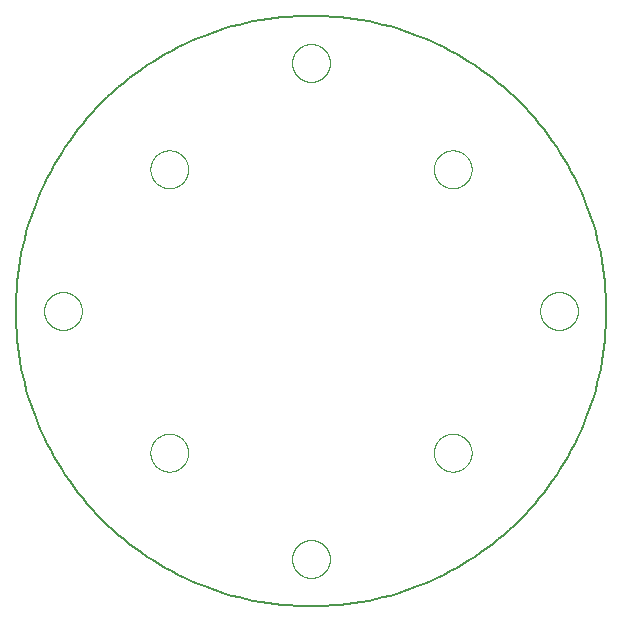
<source format=gbp>
G75*
%MOIN*%
%OFA0B0*%
%FSLAX25Y25*%
%IPPOS*%
%LPD*%
%AMOC8*
5,1,8,0,0,1.08239X$1,22.5*
%
%ADD10C,0.00600*%
%ADD11C,0.00000*%
D10*
X0001300Y0099725D02*
X0001330Y0102140D01*
X0001419Y0104554D01*
X0001567Y0106966D01*
X0001774Y0109372D01*
X0002040Y0111773D01*
X0002365Y0114167D01*
X0002749Y0116552D01*
X0003191Y0118927D01*
X0003692Y0121290D01*
X0004250Y0123640D01*
X0004865Y0125976D01*
X0005538Y0128296D01*
X0006268Y0130599D01*
X0007054Y0132883D01*
X0007895Y0135148D01*
X0008792Y0137391D01*
X0009744Y0139611D01*
X0010750Y0141807D01*
X0011809Y0143978D01*
X0012922Y0146122D01*
X0014087Y0148239D01*
X0015303Y0150326D01*
X0016570Y0152382D01*
X0017888Y0154407D01*
X0019254Y0156399D01*
X0020669Y0158357D01*
X0022132Y0160279D01*
X0023641Y0162165D01*
X0025197Y0164014D01*
X0026797Y0165823D01*
X0028441Y0167593D01*
X0030128Y0169322D01*
X0031857Y0171009D01*
X0033627Y0172653D01*
X0035436Y0174253D01*
X0037285Y0175809D01*
X0039171Y0177318D01*
X0041093Y0178781D01*
X0043051Y0180196D01*
X0045043Y0181562D01*
X0047068Y0182880D01*
X0049124Y0184147D01*
X0051211Y0185363D01*
X0053328Y0186528D01*
X0055472Y0187641D01*
X0057643Y0188700D01*
X0059839Y0189706D01*
X0062059Y0190658D01*
X0064302Y0191555D01*
X0066567Y0192396D01*
X0068851Y0193182D01*
X0071154Y0193912D01*
X0073474Y0194585D01*
X0075810Y0195200D01*
X0078160Y0195758D01*
X0080523Y0196259D01*
X0082898Y0196701D01*
X0085283Y0197085D01*
X0087677Y0197410D01*
X0090078Y0197676D01*
X0092484Y0197883D01*
X0094896Y0198031D01*
X0097310Y0198120D01*
X0099725Y0198150D01*
X0102140Y0198120D01*
X0104554Y0198031D01*
X0106966Y0197883D01*
X0109372Y0197676D01*
X0111773Y0197410D01*
X0114167Y0197085D01*
X0116552Y0196701D01*
X0118927Y0196259D01*
X0121290Y0195758D01*
X0123640Y0195200D01*
X0125976Y0194585D01*
X0128296Y0193912D01*
X0130599Y0193182D01*
X0132883Y0192396D01*
X0135148Y0191555D01*
X0137391Y0190658D01*
X0139611Y0189706D01*
X0141807Y0188700D01*
X0143978Y0187641D01*
X0146122Y0186528D01*
X0148239Y0185363D01*
X0150326Y0184147D01*
X0152382Y0182880D01*
X0154407Y0181562D01*
X0156399Y0180196D01*
X0158357Y0178781D01*
X0160279Y0177318D01*
X0162165Y0175809D01*
X0164014Y0174253D01*
X0165823Y0172653D01*
X0167593Y0171009D01*
X0169322Y0169322D01*
X0171009Y0167593D01*
X0172653Y0165823D01*
X0174253Y0164014D01*
X0175809Y0162165D01*
X0177318Y0160279D01*
X0178781Y0158357D01*
X0180196Y0156399D01*
X0181562Y0154407D01*
X0182880Y0152382D01*
X0184147Y0150326D01*
X0185363Y0148239D01*
X0186528Y0146122D01*
X0187641Y0143978D01*
X0188700Y0141807D01*
X0189706Y0139611D01*
X0190658Y0137391D01*
X0191555Y0135148D01*
X0192396Y0132883D01*
X0193182Y0130599D01*
X0193912Y0128296D01*
X0194585Y0125976D01*
X0195200Y0123640D01*
X0195758Y0121290D01*
X0196259Y0118927D01*
X0196701Y0116552D01*
X0197085Y0114167D01*
X0197410Y0111773D01*
X0197676Y0109372D01*
X0197883Y0106966D01*
X0198031Y0104554D01*
X0198120Y0102140D01*
X0198150Y0099725D01*
X0198120Y0097310D01*
X0198031Y0094896D01*
X0197883Y0092484D01*
X0197676Y0090078D01*
X0197410Y0087677D01*
X0197085Y0085283D01*
X0196701Y0082898D01*
X0196259Y0080523D01*
X0195758Y0078160D01*
X0195200Y0075810D01*
X0194585Y0073474D01*
X0193912Y0071154D01*
X0193182Y0068851D01*
X0192396Y0066567D01*
X0191555Y0064302D01*
X0190658Y0062059D01*
X0189706Y0059839D01*
X0188700Y0057643D01*
X0187641Y0055472D01*
X0186528Y0053328D01*
X0185363Y0051211D01*
X0184147Y0049124D01*
X0182880Y0047068D01*
X0181562Y0045043D01*
X0180196Y0043051D01*
X0178781Y0041093D01*
X0177318Y0039171D01*
X0175809Y0037285D01*
X0174253Y0035436D01*
X0172653Y0033627D01*
X0171009Y0031857D01*
X0169322Y0030128D01*
X0167593Y0028441D01*
X0165823Y0026797D01*
X0164014Y0025197D01*
X0162165Y0023641D01*
X0160279Y0022132D01*
X0158357Y0020669D01*
X0156399Y0019254D01*
X0154407Y0017888D01*
X0152382Y0016570D01*
X0150326Y0015303D01*
X0148239Y0014087D01*
X0146122Y0012922D01*
X0143978Y0011809D01*
X0141807Y0010750D01*
X0139611Y0009744D01*
X0137391Y0008792D01*
X0135148Y0007895D01*
X0132883Y0007054D01*
X0130599Y0006268D01*
X0128296Y0005538D01*
X0125976Y0004865D01*
X0123640Y0004250D01*
X0121290Y0003692D01*
X0118927Y0003191D01*
X0116552Y0002749D01*
X0114167Y0002365D01*
X0111773Y0002040D01*
X0109372Y0001774D01*
X0106966Y0001567D01*
X0104554Y0001419D01*
X0102140Y0001330D01*
X0099725Y0001300D01*
X0097310Y0001330D01*
X0094896Y0001419D01*
X0092484Y0001567D01*
X0090078Y0001774D01*
X0087677Y0002040D01*
X0085283Y0002365D01*
X0082898Y0002749D01*
X0080523Y0003191D01*
X0078160Y0003692D01*
X0075810Y0004250D01*
X0073474Y0004865D01*
X0071154Y0005538D01*
X0068851Y0006268D01*
X0066567Y0007054D01*
X0064302Y0007895D01*
X0062059Y0008792D01*
X0059839Y0009744D01*
X0057643Y0010750D01*
X0055472Y0011809D01*
X0053328Y0012922D01*
X0051211Y0014087D01*
X0049124Y0015303D01*
X0047068Y0016570D01*
X0045043Y0017888D01*
X0043051Y0019254D01*
X0041093Y0020669D01*
X0039171Y0022132D01*
X0037285Y0023641D01*
X0035436Y0025197D01*
X0033627Y0026797D01*
X0031857Y0028441D01*
X0030128Y0030128D01*
X0028441Y0031857D01*
X0026797Y0033627D01*
X0025197Y0035436D01*
X0023641Y0037285D01*
X0022132Y0039171D01*
X0020669Y0041093D01*
X0019254Y0043051D01*
X0017888Y0045043D01*
X0016570Y0047068D01*
X0015303Y0049124D01*
X0014087Y0051211D01*
X0012922Y0053328D01*
X0011809Y0055472D01*
X0010750Y0057643D01*
X0009744Y0059839D01*
X0008792Y0062059D01*
X0007895Y0064302D01*
X0007054Y0066567D01*
X0006268Y0068851D01*
X0005538Y0071154D01*
X0004865Y0073474D01*
X0004250Y0075810D01*
X0003692Y0078160D01*
X0003191Y0080523D01*
X0002749Y0082898D01*
X0002365Y0085283D01*
X0002040Y0087677D01*
X0001774Y0090078D01*
X0001567Y0092484D01*
X0001419Y0094896D01*
X0001330Y0097310D01*
X0001300Y0099725D01*
D11*
X0046182Y0052481D02*
X0046184Y0052639D01*
X0046190Y0052797D01*
X0046200Y0052955D01*
X0046214Y0053113D01*
X0046232Y0053270D01*
X0046253Y0053427D01*
X0046279Y0053583D01*
X0046309Y0053739D01*
X0046342Y0053894D01*
X0046380Y0054047D01*
X0046421Y0054200D01*
X0046466Y0054352D01*
X0046515Y0054503D01*
X0046568Y0054652D01*
X0046624Y0054800D01*
X0046684Y0054946D01*
X0046748Y0055091D01*
X0046816Y0055234D01*
X0046887Y0055376D01*
X0046961Y0055516D01*
X0047039Y0055653D01*
X0047121Y0055789D01*
X0047205Y0055923D01*
X0047294Y0056054D01*
X0047385Y0056183D01*
X0047480Y0056310D01*
X0047577Y0056435D01*
X0047678Y0056557D01*
X0047782Y0056676D01*
X0047889Y0056793D01*
X0047999Y0056907D01*
X0048112Y0057018D01*
X0048227Y0057127D01*
X0048345Y0057232D01*
X0048466Y0057334D01*
X0048589Y0057434D01*
X0048715Y0057530D01*
X0048843Y0057623D01*
X0048973Y0057713D01*
X0049106Y0057799D01*
X0049241Y0057883D01*
X0049377Y0057962D01*
X0049516Y0058039D01*
X0049657Y0058111D01*
X0049799Y0058181D01*
X0049943Y0058246D01*
X0050089Y0058308D01*
X0050236Y0058366D01*
X0050385Y0058421D01*
X0050535Y0058472D01*
X0050686Y0058519D01*
X0050838Y0058562D01*
X0050991Y0058601D01*
X0051146Y0058637D01*
X0051301Y0058668D01*
X0051457Y0058696D01*
X0051613Y0058720D01*
X0051770Y0058740D01*
X0051928Y0058756D01*
X0052085Y0058768D01*
X0052244Y0058776D01*
X0052402Y0058780D01*
X0052560Y0058780D01*
X0052718Y0058776D01*
X0052877Y0058768D01*
X0053034Y0058756D01*
X0053192Y0058740D01*
X0053349Y0058720D01*
X0053505Y0058696D01*
X0053661Y0058668D01*
X0053816Y0058637D01*
X0053971Y0058601D01*
X0054124Y0058562D01*
X0054276Y0058519D01*
X0054427Y0058472D01*
X0054577Y0058421D01*
X0054726Y0058366D01*
X0054873Y0058308D01*
X0055019Y0058246D01*
X0055163Y0058181D01*
X0055305Y0058111D01*
X0055446Y0058039D01*
X0055585Y0057962D01*
X0055721Y0057883D01*
X0055856Y0057799D01*
X0055989Y0057713D01*
X0056119Y0057623D01*
X0056247Y0057530D01*
X0056373Y0057434D01*
X0056496Y0057334D01*
X0056617Y0057232D01*
X0056735Y0057127D01*
X0056850Y0057018D01*
X0056963Y0056907D01*
X0057073Y0056793D01*
X0057180Y0056676D01*
X0057284Y0056557D01*
X0057385Y0056435D01*
X0057482Y0056310D01*
X0057577Y0056183D01*
X0057668Y0056054D01*
X0057757Y0055923D01*
X0057841Y0055789D01*
X0057923Y0055653D01*
X0058001Y0055516D01*
X0058075Y0055376D01*
X0058146Y0055234D01*
X0058214Y0055091D01*
X0058278Y0054946D01*
X0058338Y0054800D01*
X0058394Y0054652D01*
X0058447Y0054503D01*
X0058496Y0054352D01*
X0058541Y0054200D01*
X0058582Y0054047D01*
X0058620Y0053894D01*
X0058653Y0053739D01*
X0058683Y0053583D01*
X0058709Y0053427D01*
X0058730Y0053270D01*
X0058748Y0053113D01*
X0058762Y0052955D01*
X0058772Y0052797D01*
X0058778Y0052639D01*
X0058780Y0052481D01*
X0058778Y0052323D01*
X0058772Y0052165D01*
X0058762Y0052007D01*
X0058748Y0051849D01*
X0058730Y0051692D01*
X0058709Y0051535D01*
X0058683Y0051379D01*
X0058653Y0051223D01*
X0058620Y0051068D01*
X0058582Y0050915D01*
X0058541Y0050762D01*
X0058496Y0050610D01*
X0058447Y0050459D01*
X0058394Y0050310D01*
X0058338Y0050162D01*
X0058278Y0050016D01*
X0058214Y0049871D01*
X0058146Y0049728D01*
X0058075Y0049586D01*
X0058001Y0049446D01*
X0057923Y0049309D01*
X0057841Y0049173D01*
X0057757Y0049039D01*
X0057668Y0048908D01*
X0057577Y0048779D01*
X0057482Y0048652D01*
X0057385Y0048527D01*
X0057284Y0048405D01*
X0057180Y0048286D01*
X0057073Y0048169D01*
X0056963Y0048055D01*
X0056850Y0047944D01*
X0056735Y0047835D01*
X0056617Y0047730D01*
X0056496Y0047628D01*
X0056373Y0047528D01*
X0056247Y0047432D01*
X0056119Y0047339D01*
X0055989Y0047249D01*
X0055856Y0047163D01*
X0055721Y0047079D01*
X0055585Y0047000D01*
X0055446Y0046923D01*
X0055305Y0046851D01*
X0055163Y0046781D01*
X0055019Y0046716D01*
X0054873Y0046654D01*
X0054726Y0046596D01*
X0054577Y0046541D01*
X0054427Y0046490D01*
X0054276Y0046443D01*
X0054124Y0046400D01*
X0053971Y0046361D01*
X0053816Y0046325D01*
X0053661Y0046294D01*
X0053505Y0046266D01*
X0053349Y0046242D01*
X0053192Y0046222D01*
X0053034Y0046206D01*
X0052877Y0046194D01*
X0052718Y0046186D01*
X0052560Y0046182D01*
X0052402Y0046182D01*
X0052244Y0046186D01*
X0052085Y0046194D01*
X0051928Y0046206D01*
X0051770Y0046222D01*
X0051613Y0046242D01*
X0051457Y0046266D01*
X0051301Y0046294D01*
X0051146Y0046325D01*
X0050991Y0046361D01*
X0050838Y0046400D01*
X0050686Y0046443D01*
X0050535Y0046490D01*
X0050385Y0046541D01*
X0050236Y0046596D01*
X0050089Y0046654D01*
X0049943Y0046716D01*
X0049799Y0046781D01*
X0049657Y0046851D01*
X0049516Y0046923D01*
X0049377Y0047000D01*
X0049241Y0047079D01*
X0049106Y0047163D01*
X0048973Y0047249D01*
X0048843Y0047339D01*
X0048715Y0047432D01*
X0048589Y0047528D01*
X0048466Y0047628D01*
X0048345Y0047730D01*
X0048227Y0047835D01*
X0048112Y0047944D01*
X0047999Y0048055D01*
X0047889Y0048169D01*
X0047782Y0048286D01*
X0047678Y0048405D01*
X0047577Y0048527D01*
X0047480Y0048652D01*
X0047385Y0048779D01*
X0047294Y0048908D01*
X0047205Y0049039D01*
X0047121Y0049173D01*
X0047039Y0049309D01*
X0046961Y0049446D01*
X0046887Y0049586D01*
X0046816Y0049728D01*
X0046748Y0049871D01*
X0046684Y0050016D01*
X0046624Y0050162D01*
X0046568Y0050310D01*
X0046515Y0050459D01*
X0046466Y0050610D01*
X0046421Y0050762D01*
X0046380Y0050915D01*
X0046342Y0051068D01*
X0046309Y0051223D01*
X0046279Y0051379D01*
X0046253Y0051535D01*
X0046232Y0051692D01*
X0046214Y0051849D01*
X0046200Y0052007D01*
X0046190Y0052165D01*
X0046184Y0052323D01*
X0046182Y0052481D01*
X0010749Y0099725D02*
X0010751Y0099883D01*
X0010757Y0100041D01*
X0010767Y0100199D01*
X0010781Y0100357D01*
X0010799Y0100514D01*
X0010820Y0100671D01*
X0010846Y0100827D01*
X0010876Y0100983D01*
X0010909Y0101138D01*
X0010947Y0101291D01*
X0010988Y0101444D01*
X0011033Y0101596D01*
X0011082Y0101747D01*
X0011135Y0101896D01*
X0011191Y0102044D01*
X0011251Y0102190D01*
X0011315Y0102335D01*
X0011383Y0102478D01*
X0011454Y0102620D01*
X0011528Y0102760D01*
X0011606Y0102897D01*
X0011688Y0103033D01*
X0011772Y0103167D01*
X0011861Y0103298D01*
X0011952Y0103427D01*
X0012047Y0103554D01*
X0012144Y0103679D01*
X0012245Y0103801D01*
X0012349Y0103920D01*
X0012456Y0104037D01*
X0012566Y0104151D01*
X0012679Y0104262D01*
X0012794Y0104371D01*
X0012912Y0104476D01*
X0013033Y0104578D01*
X0013156Y0104678D01*
X0013282Y0104774D01*
X0013410Y0104867D01*
X0013540Y0104957D01*
X0013673Y0105043D01*
X0013808Y0105127D01*
X0013944Y0105206D01*
X0014083Y0105283D01*
X0014224Y0105355D01*
X0014366Y0105425D01*
X0014510Y0105490D01*
X0014656Y0105552D01*
X0014803Y0105610D01*
X0014952Y0105665D01*
X0015102Y0105716D01*
X0015253Y0105763D01*
X0015405Y0105806D01*
X0015558Y0105845D01*
X0015713Y0105881D01*
X0015868Y0105912D01*
X0016024Y0105940D01*
X0016180Y0105964D01*
X0016337Y0105984D01*
X0016495Y0106000D01*
X0016652Y0106012D01*
X0016811Y0106020D01*
X0016969Y0106024D01*
X0017127Y0106024D01*
X0017285Y0106020D01*
X0017444Y0106012D01*
X0017601Y0106000D01*
X0017759Y0105984D01*
X0017916Y0105964D01*
X0018072Y0105940D01*
X0018228Y0105912D01*
X0018383Y0105881D01*
X0018538Y0105845D01*
X0018691Y0105806D01*
X0018843Y0105763D01*
X0018994Y0105716D01*
X0019144Y0105665D01*
X0019293Y0105610D01*
X0019440Y0105552D01*
X0019586Y0105490D01*
X0019730Y0105425D01*
X0019872Y0105355D01*
X0020013Y0105283D01*
X0020152Y0105206D01*
X0020288Y0105127D01*
X0020423Y0105043D01*
X0020556Y0104957D01*
X0020686Y0104867D01*
X0020814Y0104774D01*
X0020940Y0104678D01*
X0021063Y0104578D01*
X0021184Y0104476D01*
X0021302Y0104371D01*
X0021417Y0104262D01*
X0021530Y0104151D01*
X0021640Y0104037D01*
X0021747Y0103920D01*
X0021851Y0103801D01*
X0021952Y0103679D01*
X0022049Y0103554D01*
X0022144Y0103427D01*
X0022235Y0103298D01*
X0022324Y0103167D01*
X0022408Y0103033D01*
X0022490Y0102897D01*
X0022568Y0102760D01*
X0022642Y0102620D01*
X0022713Y0102478D01*
X0022781Y0102335D01*
X0022845Y0102190D01*
X0022905Y0102044D01*
X0022961Y0101896D01*
X0023014Y0101747D01*
X0023063Y0101596D01*
X0023108Y0101444D01*
X0023149Y0101291D01*
X0023187Y0101138D01*
X0023220Y0100983D01*
X0023250Y0100827D01*
X0023276Y0100671D01*
X0023297Y0100514D01*
X0023315Y0100357D01*
X0023329Y0100199D01*
X0023339Y0100041D01*
X0023345Y0099883D01*
X0023347Y0099725D01*
X0023345Y0099567D01*
X0023339Y0099409D01*
X0023329Y0099251D01*
X0023315Y0099093D01*
X0023297Y0098936D01*
X0023276Y0098779D01*
X0023250Y0098623D01*
X0023220Y0098467D01*
X0023187Y0098312D01*
X0023149Y0098159D01*
X0023108Y0098006D01*
X0023063Y0097854D01*
X0023014Y0097703D01*
X0022961Y0097554D01*
X0022905Y0097406D01*
X0022845Y0097260D01*
X0022781Y0097115D01*
X0022713Y0096972D01*
X0022642Y0096830D01*
X0022568Y0096690D01*
X0022490Y0096553D01*
X0022408Y0096417D01*
X0022324Y0096283D01*
X0022235Y0096152D01*
X0022144Y0096023D01*
X0022049Y0095896D01*
X0021952Y0095771D01*
X0021851Y0095649D01*
X0021747Y0095530D01*
X0021640Y0095413D01*
X0021530Y0095299D01*
X0021417Y0095188D01*
X0021302Y0095079D01*
X0021184Y0094974D01*
X0021063Y0094872D01*
X0020940Y0094772D01*
X0020814Y0094676D01*
X0020686Y0094583D01*
X0020556Y0094493D01*
X0020423Y0094407D01*
X0020288Y0094323D01*
X0020152Y0094244D01*
X0020013Y0094167D01*
X0019872Y0094095D01*
X0019730Y0094025D01*
X0019586Y0093960D01*
X0019440Y0093898D01*
X0019293Y0093840D01*
X0019144Y0093785D01*
X0018994Y0093734D01*
X0018843Y0093687D01*
X0018691Y0093644D01*
X0018538Y0093605D01*
X0018383Y0093569D01*
X0018228Y0093538D01*
X0018072Y0093510D01*
X0017916Y0093486D01*
X0017759Y0093466D01*
X0017601Y0093450D01*
X0017444Y0093438D01*
X0017285Y0093430D01*
X0017127Y0093426D01*
X0016969Y0093426D01*
X0016811Y0093430D01*
X0016652Y0093438D01*
X0016495Y0093450D01*
X0016337Y0093466D01*
X0016180Y0093486D01*
X0016024Y0093510D01*
X0015868Y0093538D01*
X0015713Y0093569D01*
X0015558Y0093605D01*
X0015405Y0093644D01*
X0015253Y0093687D01*
X0015102Y0093734D01*
X0014952Y0093785D01*
X0014803Y0093840D01*
X0014656Y0093898D01*
X0014510Y0093960D01*
X0014366Y0094025D01*
X0014224Y0094095D01*
X0014083Y0094167D01*
X0013944Y0094244D01*
X0013808Y0094323D01*
X0013673Y0094407D01*
X0013540Y0094493D01*
X0013410Y0094583D01*
X0013282Y0094676D01*
X0013156Y0094772D01*
X0013033Y0094872D01*
X0012912Y0094974D01*
X0012794Y0095079D01*
X0012679Y0095188D01*
X0012566Y0095299D01*
X0012456Y0095413D01*
X0012349Y0095530D01*
X0012245Y0095649D01*
X0012144Y0095771D01*
X0012047Y0095896D01*
X0011952Y0096023D01*
X0011861Y0096152D01*
X0011772Y0096283D01*
X0011688Y0096417D01*
X0011606Y0096553D01*
X0011528Y0096690D01*
X0011454Y0096830D01*
X0011383Y0096972D01*
X0011315Y0097115D01*
X0011251Y0097260D01*
X0011191Y0097406D01*
X0011135Y0097554D01*
X0011082Y0097703D01*
X0011033Y0097854D01*
X0010988Y0098006D01*
X0010947Y0098159D01*
X0010909Y0098312D01*
X0010876Y0098467D01*
X0010846Y0098623D01*
X0010820Y0098779D01*
X0010799Y0098936D01*
X0010781Y0099093D01*
X0010767Y0099251D01*
X0010757Y0099409D01*
X0010751Y0099567D01*
X0010749Y0099725D01*
X0046182Y0146969D02*
X0046184Y0147127D01*
X0046190Y0147285D01*
X0046200Y0147443D01*
X0046214Y0147601D01*
X0046232Y0147758D01*
X0046253Y0147915D01*
X0046279Y0148071D01*
X0046309Y0148227D01*
X0046342Y0148382D01*
X0046380Y0148535D01*
X0046421Y0148688D01*
X0046466Y0148840D01*
X0046515Y0148991D01*
X0046568Y0149140D01*
X0046624Y0149288D01*
X0046684Y0149434D01*
X0046748Y0149579D01*
X0046816Y0149722D01*
X0046887Y0149864D01*
X0046961Y0150004D01*
X0047039Y0150141D01*
X0047121Y0150277D01*
X0047205Y0150411D01*
X0047294Y0150542D01*
X0047385Y0150671D01*
X0047480Y0150798D01*
X0047577Y0150923D01*
X0047678Y0151045D01*
X0047782Y0151164D01*
X0047889Y0151281D01*
X0047999Y0151395D01*
X0048112Y0151506D01*
X0048227Y0151615D01*
X0048345Y0151720D01*
X0048466Y0151822D01*
X0048589Y0151922D01*
X0048715Y0152018D01*
X0048843Y0152111D01*
X0048973Y0152201D01*
X0049106Y0152287D01*
X0049241Y0152371D01*
X0049377Y0152450D01*
X0049516Y0152527D01*
X0049657Y0152599D01*
X0049799Y0152669D01*
X0049943Y0152734D01*
X0050089Y0152796D01*
X0050236Y0152854D01*
X0050385Y0152909D01*
X0050535Y0152960D01*
X0050686Y0153007D01*
X0050838Y0153050D01*
X0050991Y0153089D01*
X0051146Y0153125D01*
X0051301Y0153156D01*
X0051457Y0153184D01*
X0051613Y0153208D01*
X0051770Y0153228D01*
X0051928Y0153244D01*
X0052085Y0153256D01*
X0052244Y0153264D01*
X0052402Y0153268D01*
X0052560Y0153268D01*
X0052718Y0153264D01*
X0052877Y0153256D01*
X0053034Y0153244D01*
X0053192Y0153228D01*
X0053349Y0153208D01*
X0053505Y0153184D01*
X0053661Y0153156D01*
X0053816Y0153125D01*
X0053971Y0153089D01*
X0054124Y0153050D01*
X0054276Y0153007D01*
X0054427Y0152960D01*
X0054577Y0152909D01*
X0054726Y0152854D01*
X0054873Y0152796D01*
X0055019Y0152734D01*
X0055163Y0152669D01*
X0055305Y0152599D01*
X0055446Y0152527D01*
X0055585Y0152450D01*
X0055721Y0152371D01*
X0055856Y0152287D01*
X0055989Y0152201D01*
X0056119Y0152111D01*
X0056247Y0152018D01*
X0056373Y0151922D01*
X0056496Y0151822D01*
X0056617Y0151720D01*
X0056735Y0151615D01*
X0056850Y0151506D01*
X0056963Y0151395D01*
X0057073Y0151281D01*
X0057180Y0151164D01*
X0057284Y0151045D01*
X0057385Y0150923D01*
X0057482Y0150798D01*
X0057577Y0150671D01*
X0057668Y0150542D01*
X0057757Y0150411D01*
X0057841Y0150277D01*
X0057923Y0150141D01*
X0058001Y0150004D01*
X0058075Y0149864D01*
X0058146Y0149722D01*
X0058214Y0149579D01*
X0058278Y0149434D01*
X0058338Y0149288D01*
X0058394Y0149140D01*
X0058447Y0148991D01*
X0058496Y0148840D01*
X0058541Y0148688D01*
X0058582Y0148535D01*
X0058620Y0148382D01*
X0058653Y0148227D01*
X0058683Y0148071D01*
X0058709Y0147915D01*
X0058730Y0147758D01*
X0058748Y0147601D01*
X0058762Y0147443D01*
X0058772Y0147285D01*
X0058778Y0147127D01*
X0058780Y0146969D01*
X0058778Y0146811D01*
X0058772Y0146653D01*
X0058762Y0146495D01*
X0058748Y0146337D01*
X0058730Y0146180D01*
X0058709Y0146023D01*
X0058683Y0145867D01*
X0058653Y0145711D01*
X0058620Y0145556D01*
X0058582Y0145403D01*
X0058541Y0145250D01*
X0058496Y0145098D01*
X0058447Y0144947D01*
X0058394Y0144798D01*
X0058338Y0144650D01*
X0058278Y0144504D01*
X0058214Y0144359D01*
X0058146Y0144216D01*
X0058075Y0144074D01*
X0058001Y0143934D01*
X0057923Y0143797D01*
X0057841Y0143661D01*
X0057757Y0143527D01*
X0057668Y0143396D01*
X0057577Y0143267D01*
X0057482Y0143140D01*
X0057385Y0143015D01*
X0057284Y0142893D01*
X0057180Y0142774D01*
X0057073Y0142657D01*
X0056963Y0142543D01*
X0056850Y0142432D01*
X0056735Y0142323D01*
X0056617Y0142218D01*
X0056496Y0142116D01*
X0056373Y0142016D01*
X0056247Y0141920D01*
X0056119Y0141827D01*
X0055989Y0141737D01*
X0055856Y0141651D01*
X0055721Y0141567D01*
X0055585Y0141488D01*
X0055446Y0141411D01*
X0055305Y0141339D01*
X0055163Y0141269D01*
X0055019Y0141204D01*
X0054873Y0141142D01*
X0054726Y0141084D01*
X0054577Y0141029D01*
X0054427Y0140978D01*
X0054276Y0140931D01*
X0054124Y0140888D01*
X0053971Y0140849D01*
X0053816Y0140813D01*
X0053661Y0140782D01*
X0053505Y0140754D01*
X0053349Y0140730D01*
X0053192Y0140710D01*
X0053034Y0140694D01*
X0052877Y0140682D01*
X0052718Y0140674D01*
X0052560Y0140670D01*
X0052402Y0140670D01*
X0052244Y0140674D01*
X0052085Y0140682D01*
X0051928Y0140694D01*
X0051770Y0140710D01*
X0051613Y0140730D01*
X0051457Y0140754D01*
X0051301Y0140782D01*
X0051146Y0140813D01*
X0050991Y0140849D01*
X0050838Y0140888D01*
X0050686Y0140931D01*
X0050535Y0140978D01*
X0050385Y0141029D01*
X0050236Y0141084D01*
X0050089Y0141142D01*
X0049943Y0141204D01*
X0049799Y0141269D01*
X0049657Y0141339D01*
X0049516Y0141411D01*
X0049377Y0141488D01*
X0049241Y0141567D01*
X0049106Y0141651D01*
X0048973Y0141737D01*
X0048843Y0141827D01*
X0048715Y0141920D01*
X0048589Y0142016D01*
X0048466Y0142116D01*
X0048345Y0142218D01*
X0048227Y0142323D01*
X0048112Y0142432D01*
X0047999Y0142543D01*
X0047889Y0142657D01*
X0047782Y0142774D01*
X0047678Y0142893D01*
X0047577Y0143015D01*
X0047480Y0143140D01*
X0047385Y0143267D01*
X0047294Y0143396D01*
X0047205Y0143527D01*
X0047121Y0143661D01*
X0047039Y0143797D01*
X0046961Y0143934D01*
X0046887Y0144074D01*
X0046816Y0144216D01*
X0046748Y0144359D01*
X0046684Y0144504D01*
X0046624Y0144650D01*
X0046568Y0144798D01*
X0046515Y0144947D01*
X0046466Y0145098D01*
X0046421Y0145250D01*
X0046380Y0145403D01*
X0046342Y0145556D01*
X0046309Y0145711D01*
X0046279Y0145867D01*
X0046253Y0146023D01*
X0046232Y0146180D01*
X0046214Y0146337D01*
X0046200Y0146495D01*
X0046190Y0146653D01*
X0046184Y0146811D01*
X0046182Y0146969D01*
X0093426Y0182402D02*
X0093428Y0182560D01*
X0093434Y0182718D01*
X0093444Y0182876D01*
X0093458Y0183034D01*
X0093476Y0183191D01*
X0093497Y0183348D01*
X0093523Y0183504D01*
X0093553Y0183660D01*
X0093586Y0183815D01*
X0093624Y0183968D01*
X0093665Y0184121D01*
X0093710Y0184273D01*
X0093759Y0184424D01*
X0093812Y0184573D01*
X0093868Y0184721D01*
X0093928Y0184867D01*
X0093992Y0185012D01*
X0094060Y0185155D01*
X0094131Y0185297D01*
X0094205Y0185437D01*
X0094283Y0185574D01*
X0094365Y0185710D01*
X0094449Y0185844D01*
X0094538Y0185975D01*
X0094629Y0186104D01*
X0094724Y0186231D01*
X0094821Y0186356D01*
X0094922Y0186478D01*
X0095026Y0186597D01*
X0095133Y0186714D01*
X0095243Y0186828D01*
X0095356Y0186939D01*
X0095471Y0187048D01*
X0095589Y0187153D01*
X0095710Y0187255D01*
X0095833Y0187355D01*
X0095959Y0187451D01*
X0096087Y0187544D01*
X0096217Y0187634D01*
X0096350Y0187720D01*
X0096485Y0187804D01*
X0096621Y0187883D01*
X0096760Y0187960D01*
X0096901Y0188032D01*
X0097043Y0188102D01*
X0097187Y0188167D01*
X0097333Y0188229D01*
X0097480Y0188287D01*
X0097629Y0188342D01*
X0097779Y0188393D01*
X0097930Y0188440D01*
X0098082Y0188483D01*
X0098235Y0188522D01*
X0098390Y0188558D01*
X0098545Y0188589D01*
X0098701Y0188617D01*
X0098857Y0188641D01*
X0099014Y0188661D01*
X0099172Y0188677D01*
X0099329Y0188689D01*
X0099488Y0188697D01*
X0099646Y0188701D01*
X0099804Y0188701D01*
X0099962Y0188697D01*
X0100121Y0188689D01*
X0100278Y0188677D01*
X0100436Y0188661D01*
X0100593Y0188641D01*
X0100749Y0188617D01*
X0100905Y0188589D01*
X0101060Y0188558D01*
X0101215Y0188522D01*
X0101368Y0188483D01*
X0101520Y0188440D01*
X0101671Y0188393D01*
X0101821Y0188342D01*
X0101970Y0188287D01*
X0102117Y0188229D01*
X0102263Y0188167D01*
X0102407Y0188102D01*
X0102549Y0188032D01*
X0102690Y0187960D01*
X0102829Y0187883D01*
X0102965Y0187804D01*
X0103100Y0187720D01*
X0103233Y0187634D01*
X0103363Y0187544D01*
X0103491Y0187451D01*
X0103617Y0187355D01*
X0103740Y0187255D01*
X0103861Y0187153D01*
X0103979Y0187048D01*
X0104094Y0186939D01*
X0104207Y0186828D01*
X0104317Y0186714D01*
X0104424Y0186597D01*
X0104528Y0186478D01*
X0104629Y0186356D01*
X0104726Y0186231D01*
X0104821Y0186104D01*
X0104912Y0185975D01*
X0105001Y0185844D01*
X0105085Y0185710D01*
X0105167Y0185574D01*
X0105245Y0185437D01*
X0105319Y0185297D01*
X0105390Y0185155D01*
X0105458Y0185012D01*
X0105522Y0184867D01*
X0105582Y0184721D01*
X0105638Y0184573D01*
X0105691Y0184424D01*
X0105740Y0184273D01*
X0105785Y0184121D01*
X0105826Y0183968D01*
X0105864Y0183815D01*
X0105897Y0183660D01*
X0105927Y0183504D01*
X0105953Y0183348D01*
X0105974Y0183191D01*
X0105992Y0183034D01*
X0106006Y0182876D01*
X0106016Y0182718D01*
X0106022Y0182560D01*
X0106024Y0182402D01*
X0106022Y0182244D01*
X0106016Y0182086D01*
X0106006Y0181928D01*
X0105992Y0181770D01*
X0105974Y0181613D01*
X0105953Y0181456D01*
X0105927Y0181300D01*
X0105897Y0181144D01*
X0105864Y0180989D01*
X0105826Y0180836D01*
X0105785Y0180683D01*
X0105740Y0180531D01*
X0105691Y0180380D01*
X0105638Y0180231D01*
X0105582Y0180083D01*
X0105522Y0179937D01*
X0105458Y0179792D01*
X0105390Y0179649D01*
X0105319Y0179507D01*
X0105245Y0179367D01*
X0105167Y0179230D01*
X0105085Y0179094D01*
X0105001Y0178960D01*
X0104912Y0178829D01*
X0104821Y0178700D01*
X0104726Y0178573D01*
X0104629Y0178448D01*
X0104528Y0178326D01*
X0104424Y0178207D01*
X0104317Y0178090D01*
X0104207Y0177976D01*
X0104094Y0177865D01*
X0103979Y0177756D01*
X0103861Y0177651D01*
X0103740Y0177549D01*
X0103617Y0177449D01*
X0103491Y0177353D01*
X0103363Y0177260D01*
X0103233Y0177170D01*
X0103100Y0177084D01*
X0102965Y0177000D01*
X0102829Y0176921D01*
X0102690Y0176844D01*
X0102549Y0176772D01*
X0102407Y0176702D01*
X0102263Y0176637D01*
X0102117Y0176575D01*
X0101970Y0176517D01*
X0101821Y0176462D01*
X0101671Y0176411D01*
X0101520Y0176364D01*
X0101368Y0176321D01*
X0101215Y0176282D01*
X0101060Y0176246D01*
X0100905Y0176215D01*
X0100749Y0176187D01*
X0100593Y0176163D01*
X0100436Y0176143D01*
X0100278Y0176127D01*
X0100121Y0176115D01*
X0099962Y0176107D01*
X0099804Y0176103D01*
X0099646Y0176103D01*
X0099488Y0176107D01*
X0099329Y0176115D01*
X0099172Y0176127D01*
X0099014Y0176143D01*
X0098857Y0176163D01*
X0098701Y0176187D01*
X0098545Y0176215D01*
X0098390Y0176246D01*
X0098235Y0176282D01*
X0098082Y0176321D01*
X0097930Y0176364D01*
X0097779Y0176411D01*
X0097629Y0176462D01*
X0097480Y0176517D01*
X0097333Y0176575D01*
X0097187Y0176637D01*
X0097043Y0176702D01*
X0096901Y0176772D01*
X0096760Y0176844D01*
X0096621Y0176921D01*
X0096485Y0177000D01*
X0096350Y0177084D01*
X0096217Y0177170D01*
X0096087Y0177260D01*
X0095959Y0177353D01*
X0095833Y0177449D01*
X0095710Y0177549D01*
X0095589Y0177651D01*
X0095471Y0177756D01*
X0095356Y0177865D01*
X0095243Y0177976D01*
X0095133Y0178090D01*
X0095026Y0178207D01*
X0094922Y0178326D01*
X0094821Y0178448D01*
X0094724Y0178573D01*
X0094629Y0178700D01*
X0094538Y0178829D01*
X0094449Y0178960D01*
X0094365Y0179094D01*
X0094283Y0179230D01*
X0094205Y0179367D01*
X0094131Y0179507D01*
X0094060Y0179649D01*
X0093992Y0179792D01*
X0093928Y0179937D01*
X0093868Y0180083D01*
X0093812Y0180231D01*
X0093759Y0180380D01*
X0093710Y0180531D01*
X0093665Y0180683D01*
X0093624Y0180836D01*
X0093586Y0180989D01*
X0093553Y0181144D01*
X0093523Y0181300D01*
X0093497Y0181456D01*
X0093476Y0181613D01*
X0093458Y0181770D01*
X0093444Y0181928D01*
X0093434Y0182086D01*
X0093428Y0182244D01*
X0093426Y0182402D01*
X0140670Y0146969D02*
X0140672Y0147127D01*
X0140678Y0147285D01*
X0140688Y0147443D01*
X0140702Y0147601D01*
X0140720Y0147758D01*
X0140741Y0147915D01*
X0140767Y0148071D01*
X0140797Y0148227D01*
X0140830Y0148382D01*
X0140868Y0148535D01*
X0140909Y0148688D01*
X0140954Y0148840D01*
X0141003Y0148991D01*
X0141056Y0149140D01*
X0141112Y0149288D01*
X0141172Y0149434D01*
X0141236Y0149579D01*
X0141304Y0149722D01*
X0141375Y0149864D01*
X0141449Y0150004D01*
X0141527Y0150141D01*
X0141609Y0150277D01*
X0141693Y0150411D01*
X0141782Y0150542D01*
X0141873Y0150671D01*
X0141968Y0150798D01*
X0142065Y0150923D01*
X0142166Y0151045D01*
X0142270Y0151164D01*
X0142377Y0151281D01*
X0142487Y0151395D01*
X0142600Y0151506D01*
X0142715Y0151615D01*
X0142833Y0151720D01*
X0142954Y0151822D01*
X0143077Y0151922D01*
X0143203Y0152018D01*
X0143331Y0152111D01*
X0143461Y0152201D01*
X0143594Y0152287D01*
X0143729Y0152371D01*
X0143865Y0152450D01*
X0144004Y0152527D01*
X0144145Y0152599D01*
X0144287Y0152669D01*
X0144431Y0152734D01*
X0144577Y0152796D01*
X0144724Y0152854D01*
X0144873Y0152909D01*
X0145023Y0152960D01*
X0145174Y0153007D01*
X0145326Y0153050D01*
X0145479Y0153089D01*
X0145634Y0153125D01*
X0145789Y0153156D01*
X0145945Y0153184D01*
X0146101Y0153208D01*
X0146258Y0153228D01*
X0146416Y0153244D01*
X0146573Y0153256D01*
X0146732Y0153264D01*
X0146890Y0153268D01*
X0147048Y0153268D01*
X0147206Y0153264D01*
X0147365Y0153256D01*
X0147522Y0153244D01*
X0147680Y0153228D01*
X0147837Y0153208D01*
X0147993Y0153184D01*
X0148149Y0153156D01*
X0148304Y0153125D01*
X0148459Y0153089D01*
X0148612Y0153050D01*
X0148764Y0153007D01*
X0148915Y0152960D01*
X0149065Y0152909D01*
X0149214Y0152854D01*
X0149361Y0152796D01*
X0149507Y0152734D01*
X0149651Y0152669D01*
X0149793Y0152599D01*
X0149934Y0152527D01*
X0150073Y0152450D01*
X0150209Y0152371D01*
X0150344Y0152287D01*
X0150477Y0152201D01*
X0150607Y0152111D01*
X0150735Y0152018D01*
X0150861Y0151922D01*
X0150984Y0151822D01*
X0151105Y0151720D01*
X0151223Y0151615D01*
X0151338Y0151506D01*
X0151451Y0151395D01*
X0151561Y0151281D01*
X0151668Y0151164D01*
X0151772Y0151045D01*
X0151873Y0150923D01*
X0151970Y0150798D01*
X0152065Y0150671D01*
X0152156Y0150542D01*
X0152245Y0150411D01*
X0152329Y0150277D01*
X0152411Y0150141D01*
X0152489Y0150004D01*
X0152563Y0149864D01*
X0152634Y0149722D01*
X0152702Y0149579D01*
X0152766Y0149434D01*
X0152826Y0149288D01*
X0152882Y0149140D01*
X0152935Y0148991D01*
X0152984Y0148840D01*
X0153029Y0148688D01*
X0153070Y0148535D01*
X0153108Y0148382D01*
X0153141Y0148227D01*
X0153171Y0148071D01*
X0153197Y0147915D01*
X0153218Y0147758D01*
X0153236Y0147601D01*
X0153250Y0147443D01*
X0153260Y0147285D01*
X0153266Y0147127D01*
X0153268Y0146969D01*
X0153266Y0146811D01*
X0153260Y0146653D01*
X0153250Y0146495D01*
X0153236Y0146337D01*
X0153218Y0146180D01*
X0153197Y0146023D01*
X0153171Y0145867D01*
X0153141Y0145711D01*
X0153108Y0145556D01*
X0153070Y0145403D01*
X0153029Y0145250D01*
X0152984Y0145098D01*
X0152935Y0144947D01*
X0152882Y0144798D01*
X0152826Y0144650D01*
X0152766Y0144504D01*
X0152702Y0144359D01*
X0152634Y0144216D01*
X0152563Y0144074D01*
X0152489Y0143934D01*
X0152411Y0143797D01*
X0152329Y0143661D01*
X0152245Y0143527D01*
X0152156Y0143396D01*
X0152065Y0143267D01*
X0151970Y0143140D01*
X0151873Y0143015D01*
X0151772Y0142893D01*
X0151668Y0142774D01*
X0151561Y0142657D01*
X0151451Y0142543D01*
X0151338Y0142432D01*
X0151223Y0142323D01*
X0151105Y0142218D01*
X0150984Y0142116D01*
X0150861Y0142016D01*
X0150735Y0141920D01*
X0150607Y0141827D01*
X0150477Y0141737D01*
X0150344Y0141651D01*
X0150209Y0141567D01*
X0150073Y0141488D01*
X0149934Y0141411D01*
X0149793Y0141339D01*
X0149651Y0141269D01*
X0149507Y0141204D01*
X0149361Y0141142D01*
X0149214Y0141084D01*
X0149065Y0141029D01*
X0148915Y0140978D01*
X0148764Y0140931D01*
X0148612Y0140888D01*
X0148459Y0140849D01*
X0148304Y0140813D01*
X0148149Y0140782D01*
X0147993Y0140754D01*
X0147837Y0140730D01*
X0147680Y0140710D01*
X0147522Y0140694D01*
X0147365Y0140682D01*
X0147206Y0140674D01*
X0147048Y0140670D01*
X0146890Y0140670D01*
X0146732Y0140674D01*
X0146573Y0140682D01*
X0146416Y0140694D01*
X0146258Y0140710D01*
X0146101Y0140730D01*
X0145945Y0140754D01*
X0145789Y0140782D01*
X0145634Y0140813D01*
X0145479Y0140849D01*
X0145326Y0140888D01*
X0145174Y0140931D01*
X0145023Y0140978D01*
X0144873Y0141029D01*
X0144724Y0141084D01*
X0144577Y0141142D01*
X0144431Y0141204D01*
X0144287Y0141269D01*
X0144145Y0141339D01*
X0144004Y0141411D01*
X0143865Y0141488D01*
X0143729Y0141567D01*
X0143594Y0141651D01*
X0143461Y0141737D01*
X0143331Y0141827D01*
X0143203Y0141920D01*
X0143077Y0142016D01*
X0142954Y0142116D01*
X0142833Y0142218D01*
X0142715Y0142323D01*
X0142600Y0142432D01*
X0142487Y0142543D01*
X0142377Y0142657D01*
X0142270Y0142774D01*
X0142166Y0142893D01*
X0142065Y0143015D01*
X0141968Y0143140D01*
X0141873Y0143267D01*
X0141782Y0143396D01*
X0141693Y0143527D01*
X0141609Y0143661D01*
X0141527Y0143797D01*
X0141449Y0143934D01*
X0141375Y0144074D01*
X0141304Y0144216D01*
X0141236Y0144359D01*
X0141172Y0144504D01*
X0141112Y0144650D01*
X0141056Y0144798D01*
X0141003Y0144947D01*
X0140954Y0145098D01*
X0140909Y0145250D01*
X0140868Y0145403D01*
X0140830Y0145556D01*
X0140797Y0145711D01*
X0140767Y0145867D01*
X0140741Y0146023D01*
X0140720Y0146180D01*
X0140702Y0146337D01*
X0140688Y0146495D01*
X0140678Y0146653D01*
X0140672Y0146811D01*
X0140670Y0146969D01*
X0176103Y0099725D02*
X0176105Y0099883D01*
X0176111Y0100041D01*
X0176121Y0100199D01*
X0176135Y0100357D01*
X0176153Y0100514D01*
X0176174Y0100671D01*
X0176200Y0100827D01*
X0176230Y0100983D01*
X0176263Y0101138D01*
X0176301Y0101291D01*
X0176342Y0101444D01*
X0176387Y0101596D01*
X0176436Y0101747D01*
X0176489Y0101896D01*
X0176545Y0102044D01*
X0176605Y0102190D01*
X0176669Y0102335D01*
X0176737Y0102478D01*
X0176808Y0102620D01*
X0176882Y0102760D01*
X0176960Y0102897D01*
X0177042Y0103033D01*
X0177126Y0103167D01*
X0177215Y0103298D01*
X0177306Y0103427D01*
X0177401Y0103554D01*
X0177498Y0103679D01*
X0177599Y0103801D01*
X0177703Y0103920D01*
X0177810Y0104037D01*
X0177920Y0104151D01*
X0178033Y0104262D01*
X0178148Y0104371D01*
X0178266Y0104476D01*
X0178387Y0104578D01*
X0178510Y0104678D01*
X0178636Y0104774D01*
X0178764Y0104867D01*
X0178894Y0104957D01*
X0179027Y0105043D01*
X0179162Y0105127D01*
X0179298Y0105206D01*
X0179437Y0105283D01*
X0179578Y0105355D01*
X0179720Y0105425D01*
X0179864Y0105490D01*
X0180010Y0105552D01*
X0180157Y0105610D01*
X0180306Y0105665D01*
X0180456Y0105716D01*
X0180607Y0105763D01*
X0180759Y0105806D01*
X0180912Y0105845D01*
X0181067Y0105881D01*
X0181222Y0105912D01*
X0181378Y0105940D01*
X0181534Y0105964D01*
X0181691Y0105984D01*
X0181849Y0106000D01*
X0182006Y0106012D01*
X0182165Y0106020D01*
X0182323Y0106024D01*
X0182481Y0106024D01*
X0182639Y0106020D01*
X0182798Y0106012D01*
X0182955Y0106000D01*
X0183113Y0105984D01*
X0183270Y0105964D01*
X0183426Y0105940D01*
X0183582Y0105912D01*
X0183737Y0105881D01*
X0183892Y0105845D01*
X0184045Y0105806D01*
X0184197Y0105763D01*
X0184348Y0105716D01*
X0184498Y0105665D01*
X0184647Y0105610D01*
X0184794Y0105552D01*
X0184940Y0105490D01*
X0185084Y0105425D01*
X0185226Y0105355D01*
X0185367Y0105283D01*
X0185506Y0105206D01*
X0185642Y0105127D01*
X0185777Y0105043D01*
X0185910Y0104957D01*
X0186040Y0104867D01*
X0186168Y0104774D01*
X0186294Y0104678D01*
X0186417Y0104578D01*
X0186538Y0104476D01*
X0186656Y0104371D01*
X0186771Y0104262D01*
X0186884Y0104151D01*
X0186994Y0104037D01*
X0187101Y0103920D01*
X0187205Y0103801D01*
X0187306Y0103679D01*
X0187403Y0103554D01*
X0187498Y0103427D01*
X0187589Y0103298D01*
X0187678Y0103167D01*
X0187762Y0103033D01*
X0187844Y0102897D01*
X0187922Y0102760D01*
X0187996Y0102620D01*
X0188067Y0102478D01*
X0188135Y0102335D01*
X0188199Y0102190D01*
X0188259Y0102044D01*
X0188315Y0101896D01*
X0188368Y0101747D01*
X0188417Y0101596D01*
X0188462Y0101444D01*
X0188503Y0101291D01*
X0188541Y0101138D01*
X0188574Y0100983D01*
X0188604Y0100827D01*
X0188630Y0100671D01*
X0188651Y0100514D01*
X0188669Y0100357D01*
X0188683Y0100199D01*
X0188693Y0100041D01*
X0188699Y0099883D01*
X0188701Y0099725D01*
X0188699Y0099567D01*
X0188693Y0099409D01*
X0188683Y0099251D01*
X0188669Y0099093D01*
X0188651Y0098936D01*
X0188630Y0098779D01*
X0188604Y0098623D01*
X0188574Y0098467D01*
X0188541Y0098312D01*
X0188503Y0098159D01*
X0188462Y0098006D01*
X0188417Y0097854D01*
X0188368Y0097703D01*
X0188315Y0097554D01*
X0188259Y0097406D01*
X0188199Y0097260D01*
X0188135Y0097115D01*
X0188067Y0096972D01*
X0187996Y0096830D01*
X0187922Y0096690D01*
X0187844Y0096553D01*
X0187762Y0096417D01*
X0187678Y0096283D01*
X0187589Y0096152D01*
X0187498Y0096023D01*
X0187403Y0095896D01*
X0187306Y0095771D01*
X0187205Y0095649D01*
X0187101Y0095530D01*
X0186994Y0095413D01*
X0186884Y0095299D01*
X0186771Y0095188D01*
X0186656Y0095079D01*
X0186538Y0094974D01*
X0186417Y0094872D01*
X0186294Y0094772D01*
X0186168Y0094676D01*
X0186040Y0094583D01*
X0185910Y0094493D01*
X0185777Y0094407D01*
X0185642Y0094323D01*
X0185506Y0094244D01*
X0185367Y0094167D01*
X0185226Y0094095D01*
X0185084Y0094025D01*
X0184940Y0093960D01*
X0184794Y0093898D01*
X0184647Y0093840D01*
X0184498Y0093785D01*
X0184348Y0093734D01*
X0184197Y0093687D01*
X0184045Y0093644D01*
X0183892Y0093605D01*
X0183737Y0093569D01*
X0183582Y0093538D01*
X0183426Y0093510D01*
X0183270Y0093486D01*
X0183113Y0093466D01*
X0182955Y0093450D01*
X0182798Y0093438D01*
X0182639Y0093430D01*
X0182481Y0093426D01*
X0182323Y0093426D01*
X0182165Y0093430D01*
X0182006Y0093438D01*
X0181849Y0093450D01*
X0181691Y0093466D01*
X0181534Y0093486D01*
X0181378Y0093510D01*
X0181222Y0093538D01*
X0181067Y0093569D01*
X0180912Y0093605D01*
X0180759Y0093644D01*
X0180607Y0093687D01*
X0180456Y0093734D01*
X0180306Y0093785D01*
X0180157Y0093840D01*
X0180010Y0093898D01*
X0179864Y0093960D01*
X0179720Y0094025D01*
X0179578Y0094095D01*
X0179437Y0094167D01*
X0179298Y0094244D01*
X0179162Y0094323D01*
X0179027Y0094407D01*
X0178894Y0094493D01*
X0178764Y0094583D01*
X0178636Y0094676D01*
X0178510Y0094772D01*
X0178387Y0094872D01*
X0178266Y0094974D01*
X0178148Y0095079D01*
X0178033Y0095188D01*
X0177920Y0095299D01*
X0177810Y0095413D01*
X0177703Y0095530D01*
X0177599Y0095649D01*
X0177498Y0095771D01*
X0177401Y0095896D01*
X0177306Y0096023D01*
X0177215Y0096152D01*
X0177126Y0096283D01*
X0177042Y0096417D01*
X0176960Y0096553D01*
X0176882Y0096690D01*
X0176808Y0096830D01*
X0176737Y0096972D01*
X0176669Y0097115D01*
X0176605Y0097260D01*
X0176545Y0097406D01*
X0176489Y0097554D01*
X0176436Y0097703D01*
X0176387Y0097854D01*
X0176342Y0098006D01*
X0176301Y0098159D01*
X0176263Y0098312D01*
X0176230Y0098467D01*
X0176200Y0098623D01*
X0176174Y0098779D01*
X0176153Y0098936D01*
X0176135Y0099093D01*
X0176121Y0099251D01*
X0176111Y0099409D01*
X0176105Y0099567D01*
X0176103Y0099725D01*
X0140670Y0052481D02*
X0140672Y0052639D01*
X0140678Y0052797D01*
X0140688Y0052955D01*
X0140702Y0053113D01*
X0140720Y0053270D01*
X0140741Y0053427D01*
X0140767Y0053583D01*
X0140797Y0053739D01*
X0140830Y0053894D01*
X0140868Y0054047D01*
X0140909Y0054200D01*
X0140954Y0054352D01*
X0141003Y0054503D01*
X0141056Y0054652D01*
X0141112Y0054800D01*
X0141172Y0054946D01*
X0141236Y0055091D01*
X0141304Y0055234D01*
X0141375Y0055376D01*
X0141449Y0055516D01*
X0141527Y0055653D01*
X0141609Y0055789D01*
X0141693Y0055923D01*
X0141782Y0056054D01*
X0141873Y0056183D01*
X0141968Y0056310D01*
X0142065Y0056435D01*
X0142166Y0056557D01*
X0142270Y0056676D01*
X0142377Y0056793D01*
X0142487Y0056907D01*
X0142600Y0057018D01*
X0142715Y0057127D01*
X0142833Y0057232D01*
X0142954Y0057334D01*
X0143077Y0057434D01*
X0143203Y0057530D01*
X0143331Y0057623D01*
X0143461Y0057713D01*
X0143594Y0057799D01*
X0143729Y0057883D01*
X0143865Y0057962D01*
X0144004Y0058039D01*
X0144145Y0058111D01*
X0144287Y0058181D01*
X0144431Y0058246D01*
X0144577Y0058308D01*
X0144724Y0058366D01*
X0144873Y0058421D01*
X0145023Y0058472D01*
X0145174Y0058519D01*
X0145326Y0058562D01*
X0145479Y0058601D01*
X0145634Y0058637D01*
X0145789Y0058668D01*
X0145945Y0058696D01*
X0146101Y0058720D01*
X0146258Y0058740D01*
X0146416Y0058756D01*
X0146573Y0058768D01*
X0146732Y0058776D01*
X0146890Y0058780D01*
X0147048Y0058780D01*
X0147206Y0058776D01*
X0147365Y0058768D01*
X0147522Y0058756D01*
X0147680Y0058740D01*
X0147837Y0058720D01*
X0147993Y0058696D01*
X0148149Y0058668D01*
X0148304Y0058637D01*
X0148459Y0058601D01*
X0148612Y0058562D01*
X0148764Y0058519D01*
X0148915Y0058472D01*
X0149065Y0058421D01*
X0149214Y0058366D01*
X0149361Y0058308D01*
X0149507Y0058246D01*
X0149651Y0058181D01*
X0149793Y0058111D01*
X0149934Y0058039D01*
X0150073Y0057962D01*
X0150209Y0057883D01*
X0150344Y0057799D01*
X0150477Y0057713D01*
X0150607Y0057623D01*
X0150735Y0057530D01*
X0150861Y0057434D01*
X0150984Y0057334D01*
X0151105Y0057232D01*
X0151223Y0057127D01*
X0151338Y0057018D01*
X0151451Y0056907D01*
X0151561Y0056793D01*
X0151668Y0056676D01*
X0151772Y0056557D01*
X0151873Y0056435D01*
X0151970Y0056310D01*
X0152065Y0056183D01*
X0152156Y0056054D01*
X0152245Y0055923D01*
X0152329Y0055789D01*
X0152411Y0055653D01*
X0152489Y0055516D01*
X0152563Y0055376D01*
X0152634Y0055234D01*
X0152702Y0055091D01*
X0152766Y0054946D01*
X0152826Y0054800D01*
X0152882Y0054652D01*
X0152935Y0054503D01*
X0152984Y0054352D01*
X0153029Y0054200D01*
X0153070Y0054047D01*
X0153108Y0053894D01*
X0153141Y0053739D01*
X0153171Y0053583D01*
X0153197Y0053427D01*
X0153218Y0053270D01*
X0153236Y0053113D01*
X0153250Y0052955D01*
X0153260Y0052797D01*
X0153266Y0052639D01*
X0153268Y0052481D01*
X0153266Y0052323D01*
X0153260Y0052165D01*
X0153250Y0052007D01*
X0153236Y0051849D01*
X0153218Y0051692D01*
X0153197Y0051535D01*
X0153171Y0051379D01*
X0153141Y0051223D01*
X0153108Y0051068D01*
X0153070Y0050915D01*
X0153029Y0050762D01*
X0152984Y0050610D01*
X0152935Y0050459D01*
X0152882Y0050310D01*
X0152826Y0050162D01*
X0152766Y0050016D01*
X0152702Y0049871D01*
X0152634Y0049728D01*
X0152563Y0049586D01*
X0152489Y0049446D01*
X0152411Y0049309D01*
X0152329Y0049173D01*
X0152245Y0049039D01*
X0152156Y0048908D01*
X0152065Y0048779D01*
X0151970Y0048652D01*
X0151873Y0048527D01*
X0151772Y0048405D01*
X0151668Y0048286D01*
X0151561Y0048169D01*
X0151451Y0048055D01*
X0151338Y0047944D01*
X0151223Y0047835D01*
X0151105Y0047730D01*
X0150984Y0047628D01*
X0150861Y0047528D01*
X0150735Y0047432D01*
X0150607Y0047339D01*
X0150477Y0047249D01*
X0150344Y0047163D01*
X0150209Y0047079D01*
X0150073Y0047000D01*
X0149934Y0046923D01*
X0149793Y0046851D01*
X0149651Y0046781D01*
X0149507Y0046716D01*
X0149361Y0046654D01*
X0149214Y0046596D01*
X0149065Y0046541D01*
X0148915Y0046490D01*
X0148764Y0046443D01*
X0148612Y0046400D01*
X0148459Y0046361D01*
X0148304Y0046325D01*
X0148149Y0046294D01*
X0147993Y0046266D01*
X0147837Y0046242D01*
X0147680Y0046222D01*
X0147522Y0046206D01*
X0147365Y0046194D01*
X0147206Y0046186D01*
X0147048Y0046182D01*
X0146890Y0046182D01*
X0146732Y0046186D01*
X0146573Y0046194D01*
X0146416Y0046206D01*
X0146258Y0046222D01*
X0146101Y0046242D01*
X0145945Y0046266D01*
X0145789Y0046294D01*
X0145634Y0046325D01*
X0145479Y0046361D01*
X0145326Y0046400D01*
X0145174Y0046443D01*
X0145023Y0046490D01*
X0144873Y0046541D01*
X0144724Y0046596D01*
X0144577Y0046654D01*
X0144431Y0046716D01*
X0144287Y0046781D01*
X0144145Y0046851D01*
X0144004Y0046923D01*
X0143865Y0047000D01*
X0143729Y0047079D01*
X0143594Y0047163D01*
X0143461Y0047249D01*
X0143331Y0047339D01*
X0143203Y0047432D01*
X0143077Y0047528D01*
X0142954Y0047628D01*
X0142833Y0047730D01*
X0142715Y0047835D01*
X0142600Y0047944D01*
X0142487Y0048055D01*
X0142377Y0048169D01*
X0142270Y0048286D01*
X0142166Y0048405D01*
X0142065Y0048527D01*
X0141968Y0048652D01*
X0141873Y0048779D01*
X0141782Y0048908D01*
X0141693Y0049039D01*
X0141609Y0049173D01*
X0141527Y0049309D01*
X0141449Y0049446D01*
X0141375Y0049586D01*
X0141304Y0049728D01*
X0141236Y0049871D01*
X0141172Y0050016D01*
X0141112Y0050162D01*
X0141056Y0050310D01*
X0141003Y0050459D01*
X0140954Y0050610D01*
X0140909Y0050762D01*
X0140868Y0050915D01*
X0140830Y0051068D01*
X0140797Y0051223D01*
X0140767Y0051379D01*
X0140741Y0051535D01*
X0140720Y0051692D01*
X0140702Y0051849D01*
X0140688Y0052007D01*
X0140678Y0052165D01*
X0140672Y0052323D01*
X0140670Y0052481D01*
X0093426Y0017048D02*
X0093428Y0017206D01*
X0093434Y0017364D01*
X0093444Y0017522D01*
X0093458Y0017680D01*
X0093476Y0017837D01*
X0093497Y0017994D01*
X0093523Y0018150D01*
X0093553Y0018306D01*
X0093586Y0018461D01*
X0093624Y0018614D01*
X0093665Y0018767D01*
X0093710Y0018919D01*
X0093759Y0019070D01*
X0093812Y0019219D01*
X0093868Y0019367D01*
X0093928Y0019513D01*
X0093992Y0019658D01*
X0094060Y0019801D01*
X0094131Y0019943D01*
X0094205Y0020083D01*
X0094283Y0020220D01*
X0094365Y0020356D01*
X0094449Y0020490D01*
X0094538Y0020621D01*
X0094629Y0020750D01*
X0094724Y0020877D01*
X0094821Y0021002D01*
X0094922Y0021124D01*
X0095026Y0021243D01*
X0095133Y0021360D01*
X0095243Y0021474D01*
X0095356Y0021585D01*
X0095471Y0021694D01*
X0095589Y0021799D01*
X0095710Y0021901D01*
X0095833Y0022001D01*
X0095959Y0022097D01*
X0096087Y0022190D01*
X0096217Y0022280D01*
X0096350Y0022366D01*
X0096485Y0022450D01*
X0096621Y0022529D01*
X0096760Y0022606D01*
X0096901Y0022678D01*
X0097043Y0022748D01*
X0097187Y0022813D01*
X0097333Y0022875D01*
X0097480Y0022933D01*
X0097629Y0022988D01*
X0097779Y0023039D01*
X0097930Y0023086D01*
X0098082Y0023129D01*
X0098235Y0023168D01*
X0098390Y0023204D01*
X0098545Y0023235D01*
X0098701Y0023263D01*
X0098857Y0023287D01*
X0099014Y0023307D01*
X0099172Y0023323D01*
X0099329Y0023335D01*
X0099488Y0023343D01*
X0099646Y0023347D01*
X0099804Y0023347D01*
X0099962Y0023343D01*
X0100121Y0023335D01*
X0100278Y0023323D01*
X0100436Y0023307D01*
X0100593Y0023287D01*
X0100749Y0023263D01*
X0100905Y0023235D01*
X0101060Y0023204D01*
X0101215Y0023168D01*
X0101368Y0023129D01*
X0101520Y0023086D01*
X0101671Y0023039D01*
X0101821Y0022988D01*
X0101970Y0022933D01*
X0102117Y0022875D01*
X0102263Y0022813D01*
X0102407Y0022748D01*
X0102549Y0022678D01*
X0102690Y0022606D01*
X0102829Y0022529D01*
X0102965Y0022450D01*
X0103100Y0022366D01*
X0103233Y0022280D01*
X0103363Y0022190D01*
X0103491Y0022097D01*
X0103617Y0022001D01*
X0103740Y0021901D01*
X0103861Y0021799D01*
X0103979Y0021694D01*
X0104094Y0021585D01*
X0104207Y0021474D01*
X0104317Y0021360D01*
X0104424Y0021243D01*
X0104528Y0021124D01*
X0104629Y0021002D01*
X0104726Y0020877D01*
X0104821Y0020750D01*
X0104912Y0020621D01*
X0105001Y0020490D01*
X0105085Y0020356D01*
X0105167Y0020220D01*
X0105245Y0020083D01*
X0105319Y0019943D01*
X0105390Y0019801D01*
X0105458Y0019658D01*
X0105522Y0019513D01*
X0105582Y0019367D01*
X0105638Y0019219D01*
X0105691Y0019070D01*
X0105740Y0018919D01*
X0105785Y0018767D01*
X0105826Y0018614D01*
X0105864Y0018461D01*
X0105897Y0018306D01*
X0105927Y0018150D01*
X0105953Y0017994D01*
X0105974Y0017837D01*
X0105992Y0017680D01*
X0106006Y0017522D01*
X0106016Y0017364D01*
X0106022Y0017206D01*
X0106024Y0017048D01*
X0106022Y0016890D01*
X0106016Y0016732D01*
X0106006Y0016574D01*
X0105992Y0016416D01*
X0105974Y0016259D01*
X0105953Y0016102D01*
X0105927Y0015946D01*
X0105897Y0015790D01*
X0105864Y0015635D01*
X0105826Y0015482D01*
X0105785Y0015329D01*
X0105740Y0015177D01*
X0105691Y0015026D01*
X0105638Y0014877D01*
X0105582Y0014729D01*
X0105522Y0014583D01*
X0105458Y0014438D01*
X0105390Y0014295D01*
X0105319Y0014153D01*
X0105245Y0014013D01*
X0105167Y0013876D01*
X0105085Y0013740D01*
X0105001Y0013606D01*
X0104912Y0013475D01*
X0104821Y0013346D01*
X0104726Y0013219D01*
X0104629Y0013094D01*
X0104528Y0012972D01*
X0104424Y0012853D01*
X0104317Y0012736D01*
X0104207Y0012622D01*
X0104094Y0012511D01*
X0103979Y0012402D01*
X0103861Y0012297D01*
X0103740Y0012195D01*
X0103617Y0012095D01*
X0103491Y0011999D01*
X0103363Y0011906D01*
X0103233Y0011816D01*
X0103100Y0011730D01*
X0102965Y0011646D01*
X0102829Y0011567D01*
X0102690Y0011490D01*
X0102549Y0011418D01*
X0102407Y0011348D01*
X0102263Y0011283D01*
X0102117Y0011221D01*
X0101970Y0011163D01*
X0101821Y0011108D01*
X0101671Y0011057D01*
X0101520Y0011010D01*
X0101368Y0010967D01*
X0101215Y0010928D01*
X0101060Y0010892D01*
X0100905Y0010861D01*
X0100749Y0010833D01*
X0100593Y0010809D01*
X0100436Y0010789D01*
X0100278Y0010773D01*
X0100121Y0010761D01*
X0099962Y0010753D01*
X0099804Y0010749D01*
X0099646Y0010749D01*
X0099488Y0010753D01*
X0099329Y0010761D01*
X0099172Y0010773D01*
X0099014Y0010789D01*
X0098857Y0010809D01*
X0098701Y0010833D01*
X0098545Y0010861D01*
X0098390Y0010892D01*
X0098235Y0010928D01*
X0098082Y0010967D01*
X0097930Y0011010D01*
X0097779Y0011057D01*
X0097629Y0011108D01*
X0097480Y0011163D01*
X0097333Y0011221D01*
X0097187Y0011283D01*
X0097043Y0011348D01*
X0096901Y0011418D01*
X0096760Y0011490D01*
X0096621Y0011567D01*
X0096485Y0011646D01*
X0096350Y0011730D01*
X0096217Y0011816D01*
X0096087Y0011906D01*
X0095959Y0011999D01*
X0095833Y0012095D01*
X0095710Y0012195D01*
X0095589Y0012297D01*
X0095471Y0012402D01*
X0095356Y0012511D01*
X0095243Y0012622D01*
X0095133Y0012736D01*
X0095026Y0012853D01*
X0094922Y0012972D01*
X0094821Y0013094D01*
X0094724Y0013219D01*
X0094629Y0013346D01*
X0094538Y0013475D01*
X0094449Y0013606D01*
X0094365Y0013740D01*
X0094283Y0013876D01*
X0094205Y0014013D01*
X0094131Y0014153D01*
X0094060Y0014295D01*
X0093992Y0014438D01*
X0093928Y0014583D01*
X0093868Y0014729D01*
X0093812Y0014877D01*
X0093759Y0015026D01*
X0093710Y0015177D01*
X0093665Y0015329D01*
X0093624Y0015482D01*
X0093586Y0015635D01*
X0093553Y0015790D01*
X0093523Y0015946D01*
X0093497Y0016102D01*
X0093476Y0016259D01*
X0093458Y0016416D01*
X0093444Y0016574D01*
X0093434Y0016732D01*
X0093428Y0016890D01*
X0093426Y0017048D01*
M02*

</source>
